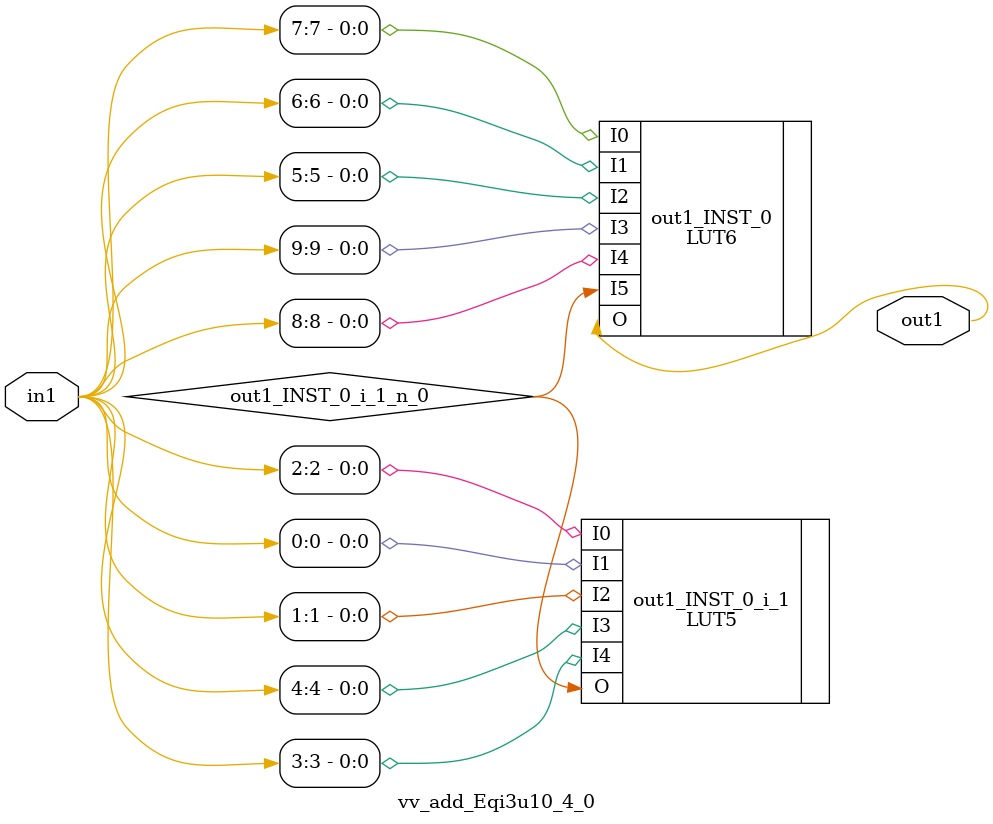
<source format=v>
`timescale 1 ps / 1 ps

(* STRUCTURAL_NETLIST = "yes" *)
module vv_add_Eqi3u10_4_0
   (in1,
    out1);
  input [9:0]in1;
  output out1;

  wire [9:0]in1;
  wire out1;
  wire out1_INST_0_i_1_n_0;

  LUT6 #(
    .INIT(64'h0000000000000001)) 
    out1_INST_0
       (.I0(in1[7]),
        .I1(in1[6]),
        .I2(in1[5]),
        .I3(in1[9]),
        .I4(in1[8]),
        .I5(out1_INST_0_i_1_n_0),
        .O(out1));
  LUT5 #(
    .INIT(32'hFFFFFFBF)) 
    out1_INST_0_i_1
       (.I0(in1[2]),
        .I1(in1[0]),
        .I2(in1[1]),
        .I3(in1[4]),
        .I4(in1[3]),
        .O(out1_INST_0_i_1_n_0));
endmodule


</source>
